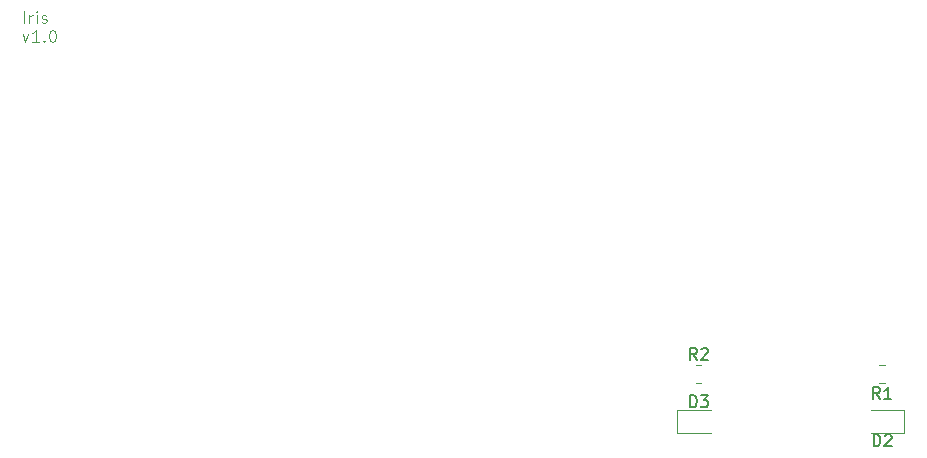
<source format=gbr>
%TF.GenerationSoftware,KiCad,Pcbnew,9.0.6*%
%TF.CreationDate,2026-02-02T20:02:42-08:00*%
%TF.ProjectId,Display Device,44697370-6c61-4792-9044-65766963652e,rev?*%
%TF.SameCoordinates,Original*%
%TF.FileFunction,Legend,Top*%
%TF.FilePolarity,Positive*%
%FSLAX46Y46*%
G04 Gerber Fmt 4.6, Leading zero omitted, Abs format (unit mm)*
G04 Created by KiCad (PCBNEW 9.0.6) date 2026-02-02 20:02:42*
%MOMM*%
%LPD*%
G01*
G04 APERTURE LIST*
%ADD10C,0.100000*%
%ADD11C,0.150000*%
%ADD12C,0.120000*%
G04 APERTURE END LIST*
D10*
X139803884Y-50262475D02*
X139803884Y-49262475D01*
X140280074Y-50262475D02*
X140280074Y-49595808D01*
X140280074Y-49786284D02*
X140327693Y-49691046D01*
X140327693Y-49691046D02*
X140375312Y-49643427D01*
X140375312Y-49643427D02*
X140470550Y-49595808D01*
X140470550Y-49595808D02*
X140565788Y-49595808D01*
X140899122Y-50262475D02*
X140899122Y-49595808D01*
X140899122Y-49262475D02*
X140851503Y-49310094D01*
X140851503Y-49310094D02*
X140899122Y-49357713D01*
X140899122Y-49357713D02*
X140946741Y-49310094D01*
X140946741Y-49310094D02*
X140899122Y-49262475D01*
X140899122Y-49262475D02*
X140899122Y-49357713D01*
X141327693Y-50214856D02*
X141422931Y-50262475D01*
X141422931Y-50262475D02*
X141613407Y-50262475D01*
X141613407Y-50262475D02*
X141708645Y-50214856D01*
X141708645Y-50214856D02*
X141756264Y-50119617D01*
X141756264Y-50119617D02*
X141756264Y-50071998D01*
X141756264Y-50071998D02*
X141708645Y-49976760D01*
X141708645Y-49976760D02*
X141613407Y-49929141D01*
X141613407Y-49929141D02*
X141470550Y-49929141D01*
X141470550Y-49929141D02*
X141375312Y-49881522D01*
X141375312Y-49881522D02*
X141327693Y-49786284D01*
X141327693Y-49786284D02*
X141327693Y-49738665D01*
X141327693Y-49738665D02*
X141375312Y-49643427D01*
X141375312Y-49643427D02*
X141470550Y-49595808D01*
X141470550Y-49595808D02*
X141613407Y-49595808D01*
X141613407Y-49595808D02*
X141708645Y-49643427D01*
X139708646Y-51205752D02*
X139946741Y-51872419D01*
X139946741Y-51872419D02*
X140184836Y-51205752D01*
X141089598Y-51872419D02*
X140518170Y-51872419D01*
X140803884Y-51872419D02*
X140803884Y-50872419D01*
X140803884Y-50872419D02*
X140708646Y-51015276D01*
X140708646Y-51015276D02*
X140613408Y-51110514D01*
X140613408Y-51110514D02*
X140518170Y-51158133D01*
X141518170Y-51777180D02*
X141565789Y-51824800D01*
X141565789Y-51824800D02*
X141518170Y-51872419D01*
X141518170Y-51872419D02*
X141470551Y-51824800D01*
X141470551Y-51824800D02*
X141518170Y-51777180D01*
X141518170Y-51777180D02*
X141518170Y-51872419D01*
X142184836Y-50872419D02*
X142280074Y-50872419D01*
X142280074Y-50872419D02*
X142375312Y-50920038D01*
X142375312Y-50920038D02*
X142422931Y-50967657D01*
X142422931Y-50967657D02*
X142470550Y-51062895D01*
X142470550Y-51062895D02*
X142518169Y-51253371D01*
X142518169Y-51253371D02*
X142518169Y-51491466D01*
X142518169Y-51491466D02*
X142470550Y-51681942D01*
X142470550Y-51681942D02*
X142422931Y-51777180D01*
X142422931Y-51777180D02*
X142375312Y-51824800D01*
X142375312Y-51824800D02*
X142280074Y-51872419D01*
X142280074Y-51872419D02*
X142184836Y-51872419D01*
X142184836Y-51872419D02*
X142089598Y-51824800D01*
X142089598Y-51824800D02*
X142041979Y-51777180D01*
X142041979Y-51777180D02*
X141994360Y-51681942D01*
X141994360Y-51681942D02*
X141946741Y-51491466D01*
X141946741Y-51491466D02*
X141946741Y-51253371D01*
X141946741Y-51253371D02*
X141994360Y-51062895D01*
X141994360Y-51062895D02*
X142041979Y-50967657D01*
X142041979Y-50967657D02*
X142089598Y-50920038D01*
X142089598Y-50920038D02*
X142184836Y-50872419D01*
D11*
X196783333Y-78804819D02*
X196450000Y-78328628D01*
X196211905Y-78804819D02*
X196211905Y-77804819D01*
X196211905Y-77804819D02*
X196592857Y-77804819D01*
X196592857Y-77804819D02*
X196688095Y-77852438D01*
X196688095Y-77852438D02*
X196735714Y-77900057D01*
X196735714Y-77900057D02*
X196783333Y-77995295D01*
X196783333Y-77995295D02*
X196783333Y-78138152D01*
X196783333Y-78138152D02*
X196735714Y-78233390D01*
X196735714Y-78233390D02*
X196688095Y-78281009D01*
X196688095Y-78281009D02*
X196592857Y-78328628D01*
X196592857Y-78328628D02*
X196211905Y-78328628D01*
X197164286Y-77900057D02*
X197211905Y-77852438D01*
X197211905Y-77852438D02*
X197307143Y-77804819D01*
X197307143Y-77804819D02*
X197545238Y-77804819D01*
X197545238Y-77804819D02*
X197640476Y-77852438D01*
X197640476Y-77852438D02*
X197688095Y-77900057D01*
X197688095Y-77900057D02*
X197735714Y-77995295D01*
X197735714Y-77995295D02*
X197735714Y-78090533D01*
X197735714Y-78090533D02*
X197688095Y-78233390D01*
X197688095Y-78233390D02*
X197116667Y-78804819D01*
X197116667Y-78804819D02*
X197735714Y-78804819D01*
X212288333Y-82104819D02*
X211955000Y-81628628D01*
X211716905Y-82104819D02*
X211716905Y-81104819D01*
X211716905Y-81104819D02*
X212097857Y-81104819D01*
X212097857Y-81104819D02*
X212193095Y-81152438D01*
X212193095Y-81152438D02*
X212240714Y-81200057D01*
X212240714Y-81200057D02*
X212288333Y-81295295D01*
X212288333Y-81295295D02*
X212288333Y-81438152D01*
X212288333Y-81438152D02*
X212240714Y-81533390D01*
X212240714Y-81533390D02*
X212193095Y-81581009D01*
X212193095Y-81581009D02*
X212097857Y-81628628D01*
X212097857Y-81628628D02*
X211716905Y-81628628D01*
X213240714Y-82104819D02*
X212669286Y-82104819D01*
X212955000Y-82104819D02*
X212955000Y-81104819D01*
X212955000Y-81104819D02*
X212859762Y-81247676D01*
X212859762Y-81247676D02*
X212764524Y-81342914D01*
X212764524Y-81342914D02*
X212669286Y-81390533D01*
X211761905Y-86104819D02*
X211761905Y-85104819D01*
X211761905Y-85104819D02*
X212000000Y-85104819D01*
X212000000Y-85104819D02*
X212142857Y-85152438D01*
X212142857Y-85152438D02*
X212238095Y-85247676D01*
X212238095Y-85247676D02*
X212285714Y-85342914D01*
X212285714Y-85342914D02*
X212333333Y-85533390D01*
X212333333Y-85533390D02*
X212333333Y-85676247D01*
X212333333Y-85676247D02*
X212285714Y-85866723D01*
X212285714Y-85866723D02*
X212238095Y-85961961D01*
X212238095Y-85961961D02*
X212142857Y-86057200D01*
X212142857Y-86057200D02*
X212000000Y-86104819D01*
X212000000Y-86104819D02*
X211761905Y-86104819D01*
X212714286Y-85200057D02*
X212761905Y-85152438D01*
X212761905Y-85152438D02*
X212857143Y-85104819D01*
X212857143Y-85104819D02*
X213095238Y-85104819D01*
X213095238Y-85104819D02*
X213190476Y-85152438D01*
X213190476Y-85152438D02*
X213238095Y-85200057D01*
X213238095Y-85200057D02*
X213285714Y-85295295D01*
X213285714Y-85295295D02*
X213285714Y-85390533D01*
X213285714Y-85390533D02*
X213238095Y-85533390D01*
X213238095Y-85533390D02*
X212666667Y-86104819D01*
X212666667Y-86104819D02*
X213285714Y-86104819D01*
X196211905Y-82804819D02*
X196211905Y-81804819D01*
X196211905Y-81804819D02*
X196450000Y-81804819D01*
X196450000Y-81804819D02*
X196592857Y-81852438D01*
X196592857Y-81852438D02*
X196688095Y-81947676D01*
X196688095Y-81947676D02*
X196735714Y-82042914D01*
X196735714Y-82042914D02*
X196783333Y-82233390D01*
X196783333Y-82233390D02*
X196783333Y-82376247D01*
X196783333Y-82376247D02*
X196735714Y-82566723D01*
X196735714Y-82566723D02*
X196688095Y-82661961D01*
X196688095Y-82661961D02*
X196592857Y-82757200D01*
X196592857Y-82757200D02*
X196450000Y-82804819D01*
X196450000Y-82804819D02*
X196211905Y-82804819D01*
X197116667Y-81804819D02*
X197735714Y-81804819D01*
X197735714Y-81804819D02*
X197402381Y-82185771D01*
X197402381Y-82185771D02*
X197545238Y-82185771D01*
X197545238Y-82185771D02*
X197640476Y-82233390D01*
X197640476Y-82233390D02*
X197688095Y-82281009D01*
X197688095Y-82281009D02*
X197735714Y-82376247D01*
X197735714Y-82376247D02*
X197735714Y-82614342D01*
X197735714Y-82614342D02*
X197688095Y-82709580D01*
X197688095Y-82709580D02*
X197640476Y-82757200D01*
X197640476Y-82757200D02*
X197545238Y-82804819D01*
X197545238Y-82804819D02*
X197259524Y-82804819D01*
X197259524Y-82804819D02*
X197164286Y-82757200D01*
X197164286Y-82757200D02*
X197116667Y-82709580D01*
D12*
%TO.C,R2*%
X196722936Y-79265000D02*
X197177064Y-79265000D01*
X196722936Y-80735000D02*
X197177064Y-80735000D01*
%TO.C,R1*%
X212682064Y-79265000D02*
X212227936Y-79265000D01*
X212682064Y-80735000D02*
X212227936Y-80735000D01*
%TO.C,D2*%
X211500000Y-84960000D02*
X214360000Y-84960000D01*
X214360000Y-83040000D02*
X211500000Y-83040000D01*
X214360000Y-84960000D02*
X214360000Y-83040000D01*
%TO.C,D3*%
X195090000Y-83040000D02*
X195090000Y-84960000D01*
X195090000Y-84960000D02*
X197950000Y-84960000D01*
X197950000Y-83040000D02*
X195090000Y-83040000D01*
%TD*%
M02*

</source>
